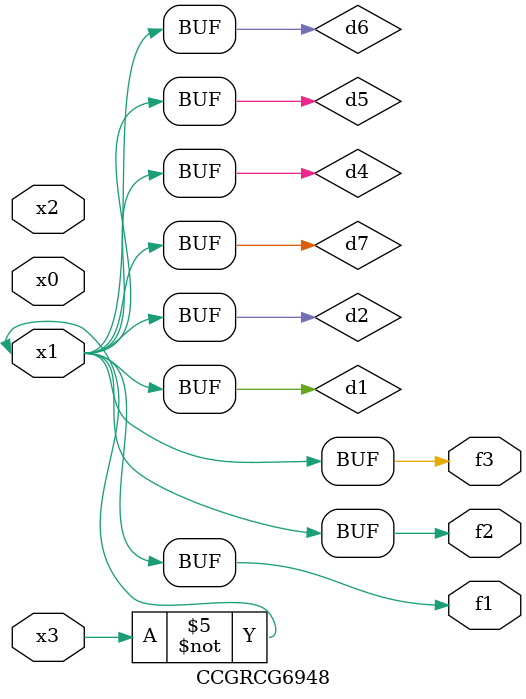
<source format=v>
module CCGRCG6948(
	input x0, x1, x2, x3,
	output f1, f2, f3
);

	wire d1, d2, d3, d4, d5, d6, d7;

	not (d1, x3);
	buf (d2, x1);
	xnor (d3, d1, d2);
	nor (d4, d1);
	buf (d5, d1, d2);
	buf (d6, d4, d5);
	nand (d7, d4);
	assign f1 = d6;
	assign f2 = d7;
	assign f3 = d6;
endmodule

</source>
